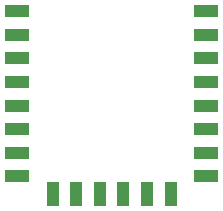
<source format=gtp>
G04 Layer: TopPasteMaskLayer*
G04 EasyEDA v6.2.46, 2019-12-13T21:01:04+01:00*
G04 3005faa94037452eb19f5b3c810bd7e0,39ff71f2194a49368f8d12cd3c9184f8,10*
G04 Gerber Generator version 0.2*
G04 Scale: 100 percent, Rotated: No, Reflected: No *
G04 Dimensions in inches *
G04 leading zeros omitted , absolute positions ,2 integer and 4 decimal *
%FSLAX24Y24*%
%MOIN*%
G90*
G70D02*

%ADD12R,0.078740X0.039370*%
%ADD13R,0.039370X0.078740*%

%LPD*%
G54D12*
G01X18499Y13851D03*
G01X18499Y13063D03*
G01X18499Y12276D03*
G01X18499Y11489D03*
G01X18499Y10701D03*
G01X18500Y9914D03*
G01X18499Y9126D03*
G01X18499Y8339D03*
G54D13*
G01X17317Y7748D03*
G01X16529Y7748D03*
G01X15742Y7748D03*
G01X14955Y7748D03*
G01X14168Y7749D03*
G01X13381Y7748D03*
G54D12*
G01X12200Y8339D03*
G01X12199Y9126D03*
G01X12199Y9914D03*
G01X12199Y10701D03*
G01X12199Y11489D03*
G01X12199Y12276D03*
G01X12199Y13063D03*
G01X12199Y13851D03*
M00*
M02*

</source>
